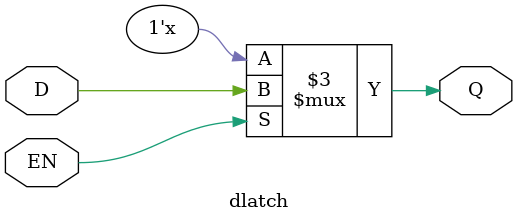
<source format=v>
module dlatch(D, EN, Q);
	input D, EN;
	output Q;
	reg Q;

	always @(D or EN)
	if (EN)
		Q = D;
	// missing else implies Q does not change,
	// i.e., it is stored in a flip-flop
endmodule
</source>
